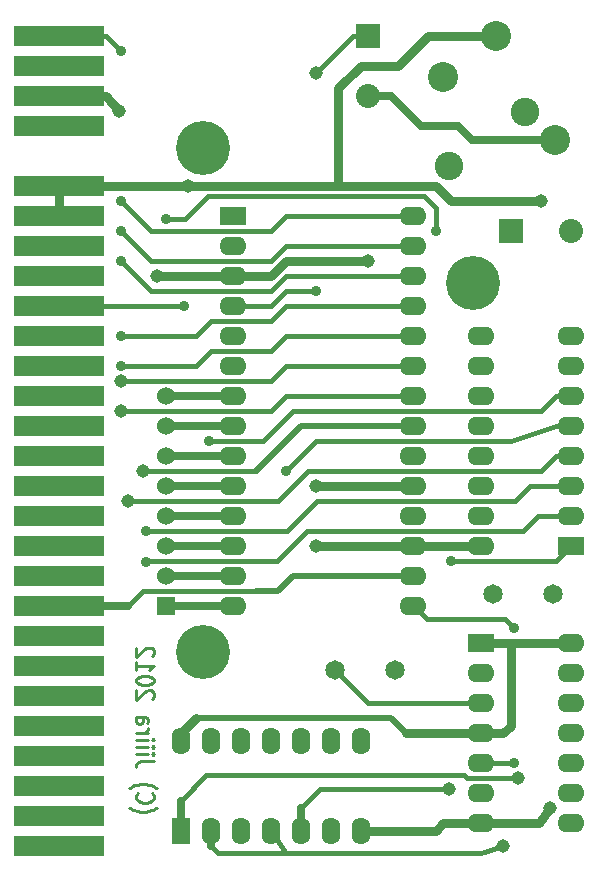
<source format=gbl>
G04 (created by PCBNEW-RS274X (2012-01-19 BZR 3256)-stable) date 18.2.2013 23:23:50*
G01*
G70*
G90*
%MOIN*%
G04 Gerber Fmt 3.4, Leading zero omitted, Abs format*
%FSLAX34Y34*%
G04 APERTURE LIST*
%ADD10C,0.006000*%
%ADD11C,0.010000*%
%ADD12R,0.090000X0.062000*%
%ADD13O,0.090000X0.062000*%
%ADD14R,0.062000X0.090000*%
%ADD15O,0.062000X0.090000*%
%ADD16C,0.100000*%
%ADD17C,0.095000*%
%ADD18R,0.300000X0.070000*%
%ADD19R,0.060000X0.060000*%
%ADD20C,0.060000*%
%ADD21R,0.080000X0.080000*%
%ADD22C,0.080000*%
%ADD23C,0.065000*%
%ADD24C,0.180000*%
%ADD25C,0.045000*%
%ADD26C,0.035000*%
%ADD27C,0.030000*%
%ADD28C,0.020000*%
%ADD29C,0.017000*%
%ADD30C,0.025000*%
G04 APERTURE END LIST*
G54D10*
G54D11*
X31029Y-51232D02*
X31057Y-51256D01*
X31143Y-51304D01*
X31200Y-51327D01*
X31286Y-51351D01*
X31429Y-51375D01*
X31543Y-51375D01*
X31686Y-51351D01*
X31771Y-51327D01*
X31829Y-51304D01*
X31914Y-51256D01*
X31943Y-51232D01*
X31314Y-50756D02*
X31286Y-50780D01*
X31257Y-50851D01*
X31257Y-50899D01*
X31286Y-50971D01*
X31343Y-51018D01*
X31400Y-51042D01*
X31514Y-51066D01*
X31600Y-51066D01*
X31714Y-51042D01*
X31771Y-51018D01*
X31829Y-50971D01*
X31857Y-50899D01*
X31857Y-50851D01*
X31829Y-50780D01*
X31800Y-50756D01*
X31029Y-50590D02*
X31057Y-50566D01*
X31143Y-50518D01*
X31200Y-50494D01*
X31286Y-50471D01*
X31429Y-50447D01*
X31543Y-50447D01*
X31686Y-50471D01*
X31771Y-50494D01*
X31829Y-50518D01*
X31914Y-50566D01*
X31943Y-50590D01*
X31857Y-49685D02*
X31429Y-49685D01*
X31343Y-49709D01*
X31286Y-49757D01*
X31257Y-49828D01*
X31257Y-49876D01*
X31257Y-49447D02*
X31657Y-49447D01*
X31857Y-49447D02*
X31829Y-49471D01*
X31800Y-49447D01*
X31829Y-49423D01*
X31857Y-49447D01*
X31800Y-49447D01*
X31257Y-49209D02*
X31657Y-49209D01*
X31857Y-49209D02*
X31829Y-49233D01*
X31800Y-49209D01*
X31829Y-49185D01*
X31857Y-49209D01*
X31800Y-49209D01*
X31257Y-48971D02*
X31657Y-48971D01*
X31857Y-48971D02*
X31829Y-48995D01*
X31800Y-48971D01*
X31829Y-48947D01*
X31857Y-48971D01*
X31800Y-48971D01*
X31257Y-48733D02*
X31657Y-48733D01*
X31543Y-48733D02*
X31600Y-48709D01*
X31629Y-48685D01*
X31657Y-48638D01*
X31657Y-48590D01*
X31257Y-48209D02*
X31571Y-48209D01*
X31629Y-48232D01*
X31657Y-48280D01*
X31657Y-48375D01*
X31629Y-48423D01*
X31286Y-48209D02*
X31257Y-48256D01*
X31257Y-48375D01*
X31286Y-48423D01*
X31343Y-48447D01*
X31400Y-48447D01*
X31457Y-48423D01*
X31486Y-48375D01*
X31486Y-48256D01*
X31514Y-48209D01*
X31800Y-47614D02*
X31829Y-47590D01*
X31857Y-47542D01*
X31857Y-47423D01*
X31829Y-47376D01*
X31800Y-47352D01*
X31743Y-47328D01*
X31686Y-47328D01*
X31600Y-47352D01*
X31257Y-47638D01*
X31257Y-47328D01*
X31857Y-47019D02*
X31857Y-46971D01*
X31829Y-46923D01*
X31800Y-46900D01*
X31743Y-46876D01*
X31629Y-46852D01*
X31486Y-46852D01*
X31371Y-46876D01*
X31314Y-46900D01*
X31286Y-46923D01*
X31257Y-46971D01*
X31257Y-47019D01*
X31286Y-47066D01*
X31314Y-47090D01*
X31371Y-47114D01*
X31486Y-47138D01*
X31629Y-47138D01*
X31743Y-47114D01*
X31800Y-47090D01*
X31829Y-47066D01*
X31857Y-47019D01*
X31257Y-46376D02*
X31257Y-46662D01*
X31257Y-46519D02*
X31857Y-46519D01*
X31771Y-46567D01*
X31714Y-46614D01*
X31686Y-46662D01*
X31800Y-46186D02*
X31829Y-46162D01*
X31857Y-46114D01*
X31857Y-45995D01*
X31829Y-45948D01*
X31800Y-45924D01*
X31743Y-45900D01*
X31686Y-45900D01*
X31600Y-45924D01*
X31257Y-46210D01*
X31257Y-45900D01*
G54D12*
X34500Y-31500D03*
G54D13*
X34500Y-32500D03*
X34500Y-33500D03*
X34500Y-34500D03*
X34500Y-35500D03*
X34500Y-36500D03*
X34500Y-37500D03*
X34500Y-38500D03*
X34500Y-39500D03*
X34500Y-40500D03*
X34500Y-41500D03*
X34500Y-42500D03*
X34500Y-43500D03*
X34500Y-44500D03*
X40500Y-44500D03*
X40500Y-43500D03*
X40500Y-42500D03*
X40500Y-41500D03*
X40500Y-40500D03*
X40500Y-39500D03*
X40500Y-38500D03*
X40500Y-37500D03*
X40500Y-36500D03*
X40500Y-35500D03*
X40500Y-34500D03*
X40500Y-33500D03*
X40500Y-32500D03*
X40500Y-31500D03*
G54D14*
X32750Y-52000D03*
G54D15*
X33750Y-52000D03*
X34750Y-52000D03*
X35750Y-52000D03*
X36750Y-52000D03*
X37750Y-52000D03*
X38750Y-52000D03*
X38750Y-49000D03*
X37750Y-49000D03*
X36750Y-49000D03*
X35750Y-49000D03*
X34750Y-49000D03*
X33750Y-49000D03*
X32750Y-49000D03*
G54D16*
X43250Y-25500D03*
X41478Y-26878D03*
G54D17*
X44234Y-28059D03*
G54D16*
X45219Y-28965D03*
G54D17*
X41675Y-29831D03*
G54D18*
X28700Y-25500D03*
X28700Y-26500D03*
X28700Y-27500D03*
X28700Y-28500D03*
X28700Y-30500D03*
X28700Y-31500D03*
X28700Y-32500D03*
X28700Y-33500D03*
X28700Y-34500D03*
X28700Y-35500D03*
X28700Y-36500D03*
X28700Y-37500D03*
X28700Y-38500D03*
X28700Y-39500D03*
X28700Y-40500D03*
X28700Y-41500D03*
X28700Y-42500D03*
X28700Y-43500D03*
X28700Y-44500D03*
X28700Y-45500D03*
X28700Y-46500D03*
X28700Y-47500D03*
X28700Y-48500D03*
X28700Y-49500D03*
X28700Y-50500D03*
X28700Y-51500D03*
X28700Y-52500D03*
G54D12*
X45750Y-42500D03*
G54D13*
X45750Y-41500D03*
X45750Y-40500D03*
X45750Y-39500D03*
X45750Y-38500D03*
X45750Y-37500D03*
X45750Y-36500D03*
X45750Y-35500D03*
X42750Y-35500D03*
X42750Y-36500D03*
X42750Y-37500D03*
X42750Y-38500D03*
X42750Y-39500D03*
X42750Y-40500D03*
X42750Y-41500D03*
X42750Y-42500D03*
G54D12*
X42750Y-45750D03*
G54D13*
X42750Y-46750D03*
X42750Y-47750D03*
X42750Y-48750D03*
X42750Y-49750D03*
X42750Y-50750D03*
X42750Y-51750D03*
X45750Y-51750D03*
X45750Y-50750D03*
X45750Y-49750D03*
X45750Y-48750D03*
X45750Y-47750D03*
X45750Y-46750D03*
X45750Y-45750D03*
G54D19*
X32250Y-44500D03*
G54D20*
X32250Y-43500D03*
X32250Y-42500D03*
X32250Y-41500D03*
X32250Y-40500D03*
X32250Y-39500D03*
X32250Y-38500D03*
X32250Y-37500D03*
G54D21*
X43750Y-32000D03*
G54D22*
X45750Y-32000D03*
G54D21*
X39000Y-25500D03*
G54D22*
X39000Y-27500D03*
G54D23*
X43150Y-44100D03*
X45150Y-44100D03*
X37900Y-46650D03*
X39900Y-46650D03*
G54D24*
X42500Y-33750D03*
X33500Y-29250D03*
X33500Y-46050D03*
G54D25*
X37250Y-42500D03*
X31950Y-33500D03*
X37250Y-40500D03*
X39000Y-33000D03*
X30700Y-28000D03*
X31000Y-41000D03*
G54D26*
X31600Y-42000D03*
X31600Y-43050D03*
X36250Y-40000D03*
X32850Y-34500D03*
X30750Y-26000D03*
X41750Y-43000D03*
X41250Y-32000D03*
X32250Y-31600D03*
X33700Y-39000D03*
X43850Y-45250D03*
X43850Y-49750D03*
X30750Y-31000D03*
X30750Y-32000D03*
X30750Y-33000D03*
X30750Y-35500D03*
X30750Y-36500D03*
G54D25*
X30750Y-37000D03*
X30750Y-38000D03*
X31500Y-40000D03*
G54D26*
X37250Y-34000D03*
G54D25*
X44750Y-31000D03*
X45050Y-51250D03*
X33000Y-30500D03*
X41700Y-50600D03*
X43500Y-52500D03*
X44000Y-50250D03*
X37250Y-26750D03*
G54D27*
X31950Y-33500D02*
X34500Y-33500D01*
X28700Y-27500D02*
X30250Y-27500D01*
G54D28*
X33250Y-48250D02*
X39750Y-48250D01*
G54D27*
X32750Y-48750D02*
X33250Y-48250D01*
X30250Y-27500D02*
X30700Y-28000D01*
X35750Y-33500D02*
X34500Y-33500D01*
X42750Y-42500D02*
X40500Y-42500D01*
G54D28*
X32750Y-49000D02*
X32750Y-48750D01*
G54D27*
X42750Y-45750D02*
X43750Y-45750D01*
X43750Y-45750D02*
X45750Y-45750D01*
X43750Y-48500D02*
X43750Y-45750D01*
X40250Y-48750D02*
X42750Y-48750D01*
X43500Y-48750D02*
X43750Y-48500D01*
G54D28*
X39750Y-48250D02*
X40250Y-48750D01*
G54D27*
X39000Y-33000D02*
X36250Y-33000D01*
X42750Y-48750D02*
X43500Y-48750D01*
X40500Y-42500D02*
X37250Y-42500D01*
X37250Y-40500D02*
X40500Y-40500D01*
X36250Y-33000D02*
X35750Y-33500D01*
G54D29*
X45250Y-39500D02*
X45750Y-39500D01*
X37000Y-40000D02*
X44750Y-40000D01*
X36000Y-41000D02*
X37000Y-40000D01*
X44750Y-40000D02*
X45250Y-39500D01*
X31000Y-41000D02*
X36000Y-41000D01*
X44400Y-40500D02*
X45750Y-40500D01*
X43900Y-41000D02*
X44400Y-40500D01*
X37300Y-41000D02*
X43900Y-41000D01*
X36300Y-42000D02*
X37300Y-41000D01*
X31600Y-42000D02*
X36300Y-42000D01*
X45500Y-40500D02*
X45750Y-40500D01*
G54D28*
X36500Y-43500D02*
X36000Y-44000D01*
G54D29*
X31500Y-44000D02*
X35250Y-44000D01*
X31000Y-44500D02*
X31500Y-44000D01*
G54D28*
X36000Y-44000D02*
X35250Y-44000D01*
X36500Y-43500D02*
X40500Y-43500D01*
G54D30*
X28700Y-44500D02*
X31000Y-44500D01*
G54D29*
X44650Y-41500D02*
X45750Y-41500D01*
X44150Y-42000D02*
X44650Y-41500D01*
X36950Y-42000D02*
X44150Y-42000D01*
X35950Y-43000D02*
X36950Y-42000D01*
X31650Y-43000D02*
X35950Y-43000D01*
X31600Y-43050D02*
X31650Y-43000D01*
X45500Y-41500D02*
X45750Y-41500D01*
X45750Y-38500D02*
X45250Y-38500D01*
X43750Y-39000D02*
X37250Y-39000D01*
X37250Y-39000D02*
X36250Y-40000D01*
X45250Y-38500D02*
X43750Y-39000D01*
X32850Y-34500D02*
X28700Y-34500D01*
X30250Y-25500D02*
X30750Y-26000D01*
X28700Y-25500D02*
X30250Y-25500D01*
X45250Y-43000D02*
X41750Y-43000D01*
X45250Y-43000D02*
X45750Y-42500D01*
X40850Y-30850D02*
X41250Y-31250D01*
X41250Y-31250D02*
X41250Y-32000D01*
X33650Y-30850D02*
X40850Y-30850D01*
X32250Y-31600D02*
X32900Y-31600D01*
X32900Y-31600D02*
X33650Y-30850D01*
X35500Y-39000D02*
X33700Y-39000D01*
X44750Y-38000D02*
X45250Y-37500D01*
X35500Y-39000D02*
X36500Y-38000D01*
X45750Y-37500D02*
X45250Y-37500D01*
X36500Y-38000D02*
X44750Y-38000D01*
X43550Y-44950D02*
X40950Y-44950D01*
X43850Y-45250D02*
X43550Y-44950D01*
X42750Y-49750D02*
X43850Y-49750D01*
X40950Y-44950D02*
X40500Y-44500D01*
X35750Y-32000D02*
X36250Y-31500D01*
X30750Y-31000D02*
X31750Y-32000D01*
X36250Y-31500D02*
X40500Y-31500D01*
X31750Y-32000D02*
X35750Y-32000D01*
X31750Y-33000D02*
X35750Y-33000D01*
X30750Y-32000D02*
X31750Y-33000D01*
X35750Y-33000D02*
X36250Y-32500D01*
X36250Y-32500D02*
X40500Y-32500D01*
X31750Y-34000D02*
X35750Y-34000D01*
X30750Y-33000D02*
X31750Y-34000D01*
X36250Y-33500D02*
X40500Y-33500D01*
X35750Y-34000D02*
X36250Y-33500D01*
X36250Y-34500D02*
X40500Y-34500D01*
X30750Y-35500D02*
X33250Y-35500D01*
X33750Y-35000D02*
X35750Y-35000D01*
X33250Y-35500D02*
X33750Y-35000D01*
X35750Y-35000D02*
X36250Y-34500D01*
X33750Y-36000D02*
X35750Y-36000D01*
X36250Y-35500D02*
X40500Y-35500D01*
X33250Y-36500D02*
X33750Y-36000D01*
X30750Y-36500D02*
X33250Y-36500D01*
X35750Y-36000D02*
X36250Y-35500D01*
X30750Y-37000D02*
X35750Y-37000D01*
X35750Y-37000D02*
X36250Y-36500D01*
X40500Y-36500D02*
X36250Y-36500D01*
X30750Y-38000D02*
X35750Y-38000D01*
X35750Y-38000D02*
X36250Y-37500D01*
X40500Y-37500D02*
X36250Y-37500D01*
G54D28*
X40500Y-38500D02*
X36750Y-38500D01*
X35250Y-40000D02*
X35250Y-40000D01*
G54D29*
X35250Y-40000D02*
X31500Y-40000D01*
G54D28*
X36750Y-38500D02*
X35250Y-40000D01*
G54D29*
X35750Y-34500D02*
X36250Y-34000D01*
X36250Y-34000D02*
X37250Y-34000D01*
X34500Y-34500D02*
X35750Y-34500D01*
G54D27*
X44700Y-51750D02*
X42750Y-51750D01*
X38000Y-30500D02*
X41250Y-30500D01*
X41750Y-31000D02*
X44750Y-31000D01*
X41250Y-30500D02*
X41750Y-31000D01*
X38000Y-27250D02*
X38000Y-30500D01*
X38750Y-52000D02*
X41250Y-52000D01*
X44700Y-51750D02*
X45050Y-51250D01*
X38750Y-26500D02*
X38000Y-27250D01*
X41500Y-51750D02*
X42750Y-51750D01*
X41000Y-25500D02*
X40000Y-26500D01*
X28700Y-31500D02*
X28700Y-30500D01*
X28700Y-30500D02*
X33000Y-30500D01*
X41250Y-52000D02*
X41500Y-51750D01*
X40000Y-26500D02*
X38750Y-26500D01*
X33000Y-30500D02*
X38000Y-30500D01*
X43250Y-25500D02*
X41000Y-25500D01*
G54D29*
X37400Y-50600D02*
X41700Y-50600D01*
G54D30*
X36750Y-51250D02*
X36750Y-52000D01*
G54D29*
X36750Y-51250D02*
X37400Y-50600D01*
X42750Y-47750D02*
X39000Y-47750D01*
X39000Y-47750D02*
X37900Y-46650D01*
G54D30*
X42000Y-28500D02*
X40750Y-28500D01*
X42465Y-28965D02*
X42000Y-28500D01*
X39750Y-27500D02*
X39000Y-27500D01*
X45219Y-28965D02*
X42465Y-28965D01*
X40750Y-28500D02*
X39750Y-27500D01*
G54D29*
X36250Y-52750D02*
X42750Y-52750D01*
X33750Y-52500D02*
X34000Y-52750D01*
X35750Y-52000D02*
X36250Y-52750D01*
G54D30*
X33750Y-52000D02*
X33750Y-52500D01*
G54D29*
X42750Y-52750D02*
X43500Y-52500D01*
X34000Y-52750D02*
X36250Y-52750D01*
G54D30*
X32750Y-51000D02*
X32750Y-52000D01*
G54D29*
X42300Y-50250D02*
X44000Y-50250D01*
X32750Y-51000D02*
X33600Y-50150D01*
X42200Y-50150D02*
X42300Y-50250D01*
X33600Y-50150D02*
X42200Y-50150D01*
G54D30*
X32250Y-43500D02*
X34500Y-43500D01*
X32250Y-44500D02*
X34500Y-44500D01*
X34500Y-42500D02*
X32250Y-42500D01*
X32250Y-41500D02*
X34500Y-41500D01*
X32250Y-40500D02*
X34500Y-40500D01*
X32250Y-39500D02*
X34500Y-39500D01*
X34500Y-38500D02*
X32250Y-38500D01*
X32250Y-37500D02*
X34500Y-37500D01*
G54D29*
X38500Y-25500D02*
X39000Y-25500D01*
X37250Y-26750D02*
X38500Y-25500D01*
M02*

</source>
